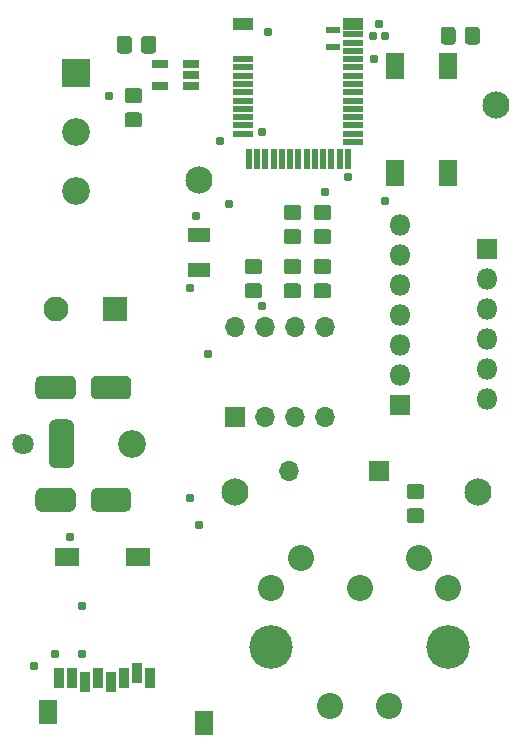
<source format=gts>
%TF.GenerationSoftware,KiCad,Pcbnew,(5.1.5-0-10_14)*%
%TF.CreationDate,2021-10-12T17:28:20-04:00*%
%TF.ProjectId,piano_aid_pcb,7069616e-6f5f-4616-9964-5f7063622e6b,2*%
%TF.SameCoordinates,Original*%
%TF.FileFunction,Soldermask,Top*%
%TF.FilePolarity,Negative*%
%FSLAX46Y46*%
G04 Gerber Fmt 4.6, Leading zero omitted, Abs format (unit mm)*
G04 Created by KiCad (PCBNEW (5.1.5-0-10_14)) date 2021-10-12 17:28:20*
%MOMM*%
%LPD*%
G04 APERTURE LIST*
%ADD10R,1.501600X2.201600*%
%ADD11C,0.100000*%
%ADD12C,2.351600*%
%ADD13C,1.801600*%
%ADD14R,2.351600X2.351600*%
%ADD15R,0.903200X1.703200*%
%ADD16R,2.003200X1.603200*%
%ADD17R,1.603200X2.103200*%
%ADD18C,2.301600*%
%ADD19O,1.701600X1.701600*%
%ADD20R,1.701600X1.701600*%
%ADD21R,1.371600X0.660400*%
%ADD22R,1.801600X1.801600*%
%ADD23O,1.801600X1.801600*%
%ADD24R,1.701600X1.001600*%
%ADD25R,1.701600X0.601600*%
%ADD26R,0.601600X1.701600*%
%ADD27R,1.301600X0.601600*%
%ADD28C,2.101600*%
%ADD29R,2.101600X2.101600*%
%ADD30R,1.921600X1.261600*%
%ADD31C,3.686600*%
%ADD32C,2.201600*%
%ADD33C,0.787400*%
G04 APERTURE END LIST*
D10*
%TO.C,S1*%
X153452000Y-86846000D03*
X153452000Y-77746000D03*
X157952000Y-77746000D03*
X157952000Y-86846000D03*
%TD*%
D11*
%TO.C,R11*%
G36*
X141983383Y-96158510D02*
G01*
X142009795Y-96162428D01*
X142035696Y-96168916D01*
X142060837Y-96177911D01*
X142084974Y-96189328D01*
X142107877Y-96203055D01*
X142129324Y-96218961D01*
X142149108Y-96236892D01*
X142167039Y-96256676D01*
X142182945Y-96278123D01*
X142196672Y-96301026D01*
X142208089Y-96325163D01*
X142217084Y-96350304D01*
X142223572Y-96376205D01*
X142227490Y-96402617D01*
X142228800Y-96429286D01*
X142228800Y-97136714D01*
X142227490Y-97163383D01*
X142223572Y-97189795D01*
X142217084Y-97215696D01*
X142208089Y-97240837D01*
X142196672Y-97264974D01*
X142182945Y-97287877D01*
X142167039Y-97309324D01*
X142149108Y-97329108D01*
X142129324Y-97347039D01*
X142107877Y-97362945D01*
X142084974Y-97376672D01*
X142060837Y-97388089D01*
X142035696Y-97397084D01*
X142009795Y-97403572D01*
X141983383Y-97407490D01*
X141956714Y-97408800D01*
X140999286Y-97408800D01*
X140972617Y-97407490D01*
X140946205Y-97403572D01*
X140920304Y-97397084D01*
X140895163Y-97388089D01*
X140871026Y-97376672D01*
X140848123Y-97362945D01*
X140826676Y-97347039D01*
X140806892Y-97329108D01*
X140788961Y-97309324D01*
X140773055Y-97287877D01*
X140759328Y-97264974D01*
X140747911Y-97240837D01*
X140738916Y-97215696D01*
X140732428Y-97189795D01*
X140728510Y-97163383D01*
X140727200Y-97136714D01*
X140727200Y-96429286D01*
X140728510Y-96402617D01*
X140732428Y-96376205D01*
X140738916Y-96350304D01*
X140747911Y-96325163D01*
X140759328Y-96301026D01*
X140773055Y-96278123D01*
X140788961Y-96256676D01*
X140806892Y-96236892D01*
X140826676Y-96218961D01*
X140848123Y-96203055D01*
X140871026Y-96189328D01*
X140895163Y-96177911D01*
X140920304Y-96168916D01*
X140946205Y-96162428D01*
X140972617Y-96158510D01*
X140999286Y-96157200D01*
X141956714Y-96157200D01*
X141983383Y-96158510D01*
G37*
G36*
X141983383Y-94108510D02*
G01*
X142009795Y-94112428D01*
X142035696Y-94118916D01*
X142060837Y-94127911D01*
X142084974Y-94139328D01*
X142107877Y-94153055D01*
X142129324Y-94168961D01*
X142149108Y-94186892D01*
X142167039Y-94206676D01*
X142182945Y-94228123D01*
X142196672Y-94251026D01*
X142208089Y-94275163D01*
X142217084Y-94300304D01*
X142223572Y-94326205D01*
X142227490Y-94352617D01*
X142228800Y-94379286D01*
X142228800Y-95086714D01*
X142227490Y-95113383D01*
X142223572Y-95139795D01*
X142217084Y-95165696D01*
X142208089Y-95190837D01*
X142196672Y-95214974D01*
X142182945Y-95237877D01*
X142167039Y-95259324D01*
X142149108Y-95279108D01*
X142129324Y-95297039D01*
X142107877Y-95312945D01*
X142084974Y-95326672D01*
X142060837Y-95338089D01*
X142035696Y-95347084D01*
X142009795Y-95353572D01*
X141983383Y-95357490D01*
X141956714Y-95358800D01*
X140999286Y-95358800D01*
X140972617Y-95357490D01*
X140946205Y-95353572D01*
X140920304Y-95347084D01*
X140895163Y-95338089D01*
X140871026Y-95326672D01*
X140848123Y-95312945D01*
X140826676Y-95297039D01*
X140806892Y-95279108D01*
X140788961Y-95259324D01*
X140773055Y-95237877D01*
X140759328Y-95214974D01*
X140747911Y-95190837D01*
X140738916Y-95165696D01*
X140732428Y-95139795D01*
X140728510Y-95113383D01*
X140727200Y-95086714D01*
X140727200Y-94379286D01*
X140728510Y-94352617D01*
X140732428Y-94326205D01*
X140738916Y-94300304D01*
X140747911Y-94275163D01*
X140759328Y-94251026D01*
X140773055Y-94228123D01*
X140788961Y-94206676D01*
X140806892Y-94186892D01*
X140826676Y-94168961D01*
X140848123Y-94153055D01*
X140871026Y-94139328D01*
X140895163Y-94127911D01*
X140920304Y-94118916D01*
X140946205Y-94112428D01*
X140972617Y-94108510D01*
X140999286Y-94107200D01*
X141956714Y-94107200D01*
X141983383Y-94108510D01*
G37*
%TD*%
%TO.C,J1*%
G36*
X125979448Y-113479610D02*
G01*
X126028023Y-113486815D01*
X126075658Y-113498747D01*
X126121895Y-113515291D01*
X126166287Y-113536287D01*
X126208407Y-113561533D01*
X126247850Y-113590786D01*
X126284236Y-113623764D01*
X126317214Y-113660150D01*
X126346467Y-113699593D01*
X126371713Y-113741713D01*
X126392709Y-113786105D01*
X126409253Y-113832342D01*
X126421185Y-113879977D01*
X126428390Y-113928552D01*
X126430800Y-113977600D01*
X126430800Y-114978400D01*
X126428390Y-115027448D01*
X126421185Y-115076023D01*
X126409253Y-115123658D01*
X126392709Y-115169895D01*
X126371713Y-115214287D01*
X126346467Y-115256407D01*
X126317214Y-115295850D01*
X126284236Y-115332236D01*
X126247850Y-115365214D01*
X126208407Y-115394467D01*
X126166287Y-115419713D01*
X126121895Y-115440709D01*
X126075658Y-115457253D01*
X126028023Y-115469185D01*
X125979448Y-115476390D01*
X125930400Y-115478800D01*
X123529600Y-115478800D01*
X123480552Y-115476390D01*
X123431977Y-115469185D01*
X123384342Y-115457253D01*
X123338105Y-115440709D01*
X123293713Y-115419713D01*
X123251593Y-115394467D01*
X123212150Y-115365214D01*
X123175764Y-115332236D01*
X123142786Y-115295850D01*
X123113533Y-115256407D01*
X123088287Y-115214287D01*
X123067291Y-115169895D01*
X123050747Y-115123658D01*
X123038815Y-115076023D01*
X123031610Y-115027448D01*
X123029200Y-114978400D01*
X123029200Y-113977600D01*
X123031610Y-113928552D01*
X123038815Y-113879977D01*
X123050747Y-113832342D01*
X123067291Y-113786105D01*
X123088287Y-113741713D01*
X123113533Y-113699593D01*
X123142786Y-113660150D01*
X123175764Y-113623764D01*
X123212150Y-113590786D01*
X123251593Y-113561533D01*
X123293713Y-113536287D01*
X123338105Y-113515291D01*
X123384342Y-113498747D01*
X123431977Y-113486815D01*
X123480552Y-113479610D01*
X123529600Y-113477200D01*
X125930400Y-113477200D01*
X125979448Y-113479610D01*
G37*
G36*
X125806898Y-107679730D02*
G01*
X125857900Y-107687295D01*
X125907916Y-107699824D01*
X125956462Y-107717194D01*
X126003072Y-107739239D01*
X126047297Y-107765746D01*
X126088710Y-107796460D01*
X126126914Y-107831086D01*
X126161540Y-107869290D01*
X126192254Y-107910703D01*
X126218761Y-107954928D01*
X126240806Y-108001538D01*
X126258176Y-108050084D01*
X126270705Y-108100100D01*
X126278270Y-108151102D01*
X126280800Y-108202600D01*
X126280800Y-111253400D01*
X126278270Y-111304898D01*
X126270705Y-111355900D01*
X126258176Y-111405916D01*
X126240806Y-111454462D01*
X126218761Y-111501072D01*
X126192254Y-111545297D01*
X126161540Y-111586710D01*
X126126914Y-111624914D01*
X126088710Y-111659540D01*
X126047297Y-111690254D01*
X126003072Y-111716761D01*
X125956462Y-111738806D01*
X125907916Y-111756176D01*
X125857900Y-111768705D01*
X125806898Y-111776270D01*
X125755400Y-111778800D01*
X124704600Y-111778800D01*
X124653102Y-111776270D01*
X124602100Y-111768705D01*
X124552084Y-111756176D01*
X124503538Y-111738806D01*
X124456928Y-111716761D01*
X124412703Y-111690254D01*
X124371290Y-111659540D01*
X124333086Y-111624914D01*
X124298460Y-111586710D01*
X124267746Y-111545297D01*
X124241239Y-111501072D01*
X124219194Y-111454462D01*
X124201824Y-111405916D01*
X124189295Y-111355900D01*
X124181730Y-111304898D01*
X124179200Y-111253400D01*
X124179200Y-108202600D01*
X124181730Y-108151102D01*
X124189295Y-108100100D01*
X124201824Y-108050084D01*
X124219194Y-108001538D01*
X124241239Y-107954928D01*
X124267746Y-107910703D01*
X124298460Y-107869290D01*
X124333086Y-107831086D01*
X124371290Y-107796460D01*
X124412703Y-107765746D01*
X124456928Y-107739239D01*
X124503538Y-107717194D01*
X124552084Y-107699824D01*
X124602100Y-107687295D01*
X124653102Y-107679730D01*
X124704600Y-107677200D01*
X125755400Y-107677200D01*
X125806898Y-107679730D01*
G37*
G36*
X125979448Y-103979610D02*
G01*
X126028023Y-103986815D01*
X126075658Y-103998747D01*
X126121895Y-104015291D01*
X126166287Y-104036287D01*
X126208407Y-104061533D01*
X126247850Y-104090786D01*
X126284236Y-104123764D01*
X126317214Y-104160150D01*
X126346467Y-104199593D01*
X126371713Y-104241713D01*
X126392709Y-104286105D01*
X126409253Y-104332342D01*
X126421185Y-104379977D01*
X126428390Y-104428552D01*
X126430800Y-104477600D01*
X126430800Y-105478400D01*
X126428390Y-105527448D01*
X126421185Y-105576023D01*
X126409253Y-105623658D01*
X126392709Y-105669895D01*
X126371713Y-105714287D01*
X126346467Y-105756407D01*
X126317214Y-105795850D01*
X126284236Y-105832236D01*
X126247850Y-105865214D01*
X126208407Y-105894467D01*
X126166287Y-105919713D01*
X126121895Y-105940709D01*
X126075658Y-105957253D01*
X126028023Y-105969185D01*
X125979448Y-105976390D01*
X125930400Y-105978800D01*
X123529600Y-105978800D01*
X123480552Y-105976390D01*
X123431977Y-105969185D01*
X123384342Y-105957253D01*
X123338105Y-105940709D01*
X123293713Y-105919713D01*
X123251593Y-105894467D01*
X123212150Y-105865214D01*
X123175764Y-105832236D01*
X123142786Y-105795850D01*
X123113533Y-105756407D01*
X123088287Y-105714287D01*
X123067291Y-105669895D01*
X123050747Y-105623658D01*
X123038815Y-105576023D01*
X123031610Y-105527448D01*
X123029200Y-105478400D01*
X123029200Y-104477600D01*
X123031610Y-104428552D01*
X123038815Y-104379977D01*
X123050747Y-104332342D01*
X123067291Y-104286105D01*
X123088287Y-104241713D01*
X123113533Y-104199593D01*
X123142786Y-104160150D01*
X123175764Y-104123764D01*
X123212150Y-104090786D01*
X123251593Y-104061533D01*
X123293713Y-104036287D01*
X123338105Y-104015291D01*
X123384342Y-103998747D01*
X123431977Y-103986815D01*
X123480552Y-103979610D01*
X123529600Y-103977200D01*
X125930400Y-103977200D01*
X125979448Y-103979610D01*
G37*
G36*
X130679448Y-113479610D02*
G01*
X130728023Y-113486815D01*
X130775658Y-113498747D01*
X130821895Y-113515291D01*
X130866287Y-113536287D01*
X130908407Y-113561533D01*
X130947850Y-113590786D01*
X130984236Y-113623764D01*
X131017214Y-113660150D01*
X131046467Y-113699593D01*
X131071713Y-113741713D01*
X131092709Y-113786105D01*
X131109253Y-113832342D01*
X131121185Y-113879977D01*
X131128390Y-113928552D01*
X131130800Y-113977600D01*
X131130800Y-114978400D01*
X131128390Y-115027448D01*
X131121185Y-115076023D01*
X131109253Y-115123658D01*
X131092709Y-115169895D01*
X131071713Y-115214287D01*
X131046467Y-115256407D01*
X131017214Y-115295850D01*
X130984236Y-115332236D01*
X130947850Y-115365214D01*
X130908407Y-115394467D01*
X130866287Y-115419713D01*
X130821895Y-115440709D01*
X130775658Y-115457253D01*
X130728023Y-115469185D01*
X130679448Y-115476390D01*
X130630400Y-115478800D01*
X128229600Y-115478800D01*
X128180552Y-115476390D01*
X128131977Y-115469185D01*
X128084342Y-115457253D01*
X128038105Y-115440709D01*
X127993713Y-115419713D01*
X127951593Y-115394467D01*
X127912150Y-115365214D01*
X127875764Y-115332236D01*
X127842786Y-115295850D01*
X127813533Y-115256407D01*
X127788287Y-115214287D01*
X127767291Y-115169895D01*
X127750747Y-115123658D01*
X127738815Y-115076023D01*
X127731610Y-115027448D01*
X127729200Y-114978400D01*
X127729200Y-113977600D01*
X127731610Y-113928552D01*
X127738815Y-113879977D01*
X127750747Y-113832342D01*
X127767291Y-113786105D01*
X127788287Y-113741713D01*
X127813533Y-113699593D01*
X127842786Y-113660150D01*
X127875764Y-113623764D01*
X127912150Y-113590786D01*
X127951593Y-113561533D01*
X127993713Y-113536287D01*
X128038105Y-113515291D01*
X128084342Y-113498747D01*
X128131977Y-113486815D01*
X128180552Y-113479610D01*
X128229600Y-113477200D01*
X130630400Y-113477200D01*
X130679448Y-113479610D01*
G37*
G36*
X130679448Y-103979610D02*
G01*
X130728023Y-103986815D01*
X130775658Y-103998747D01*
X130821895Y-104015291D01*
X130866287Y-104036287D01*
X130908407Y-104061533D01*
X130947850Y-104090786D01*
X130984236Y-104123764D01*
X131017214Y-104160150D01*
X131046467Y-104199593D01*
X131071713Y-104241713D01*
X131092709Y-104286105D01*
X131109253Y-104332342D01*
X131121185Y-104379977D01*
X131128390Y-104428552D01*
X131130800Y-104477600D01*
X131130800Y-105478400D01*
X131128390Y-105527448D01*
X131121185Y-105576023D01*
X131109253Y-105623658D01*
X131092709Y-105669895D01*
X131071713Y-105714287D01*
X131046467Y-105756407D01*
X131017214Y-105795850D01*
X130984236Y-105832236D01*
X130947850Y-105865214D01*
X130908407Y-105894467D01*
X130866287Y-105919713D01*
X130821895Y-105940709D01*
X130775658Y-105957253D01*
X130728023Y-105969185D01*
X130679448Y-105976390D01*
X130630400Y-105978800D01*
X128229600Y-105978800D01*
X128180552Y-105976390D01*
X128131977Y-105969185D01*
X128084342Y-105957253D01*
X128038105Y-105940709D01*
X127993713Y-105919713D01*
X127951593Y-105894467D01*
X127912150Y-105865214D01*
X127875764Y-105832236D01*
X127842786Y-105795850D01*
X127813533Y-105756407D01*
X127788287Y-105714287D01*
X127767291Y-105669895D01*
X127750747Y-105623658D01*
X127738815Y-105576023D01*
X127731610Y-105527448D01*
X127729200Y-105478400D01*
X127729200Y-104477600D01*
X127731610Y-104428552D01*
X127738815Y-104379977D01*
X127750747Y-104332342D01*
X127767291Y-104286105D01*
X127788287Y-104241713D01*
X127813533Y-104199593D01*
X127842786Y-104160150D01*
X127875764Y-104123764D01*
X127912150Y-104090786D01*
X127951593Y-104061533D01*
X127993713Y-104036287D01*
X128038105Y-104015291D01*
X128084342Y-103998747D01*
X128131977Y-103986815D01*
X128180552Y-103979610D01*
X128229600Y-103977200D01*
X130630400Y-103977200D01*
X130679448Y-103979610D01*
G37*
D12*
X131230000Y-109728000D03*
D13*
X121980000Y-109728000D03*
%TD*%
D12*
%TO.C,J2*%
X126428000Y-88308000D03*
X126428000Y-83308000D03*
D14*
X126428000Y-78308000D03*
%TD*%
D15*
%TO.C,J5*%
X132698000Y-129550000D03*
X131598000Y-129150000D03*
X130498000Y-129550000D03*
X129398000Y-129950000D03*
X128298000Y-129550000D03*
X127198000Y-129950000D03*
X126098000Y-129550000D03*
X124998000Y-129550000D03*
D16*
X131698000Y-119350000D03*
X125698000Y-119350000D03*
D17*
X137298000Y-133350000D03*
X124098000Y-132450000D03*
%TD*%
D18*
%TO.C,H4*%
X162052000Y-81026000D03*
%TD*%
%TO.C,H3*%
X160528000Y-113792000D03*
%TD*%
%TO.C,H2*%
X139954000Y-113792000D03*
%TD*%
%TO.C,H1*%
X136906000Y-87376000D03*
%TD*%
D19*
%TO.C,D1*%
X144526000Y-112014000D03*
D20*
X152146000Y-112014000D03*
%TD*%
D11*
%TO.C,R1*%
G36*
X155699383Y-113158510D02*
G01*
X155725795Y-113162428D01*
X155751696Y-113168916D01*
X155776837Y-113177911D01*
X155800974Y-113189328D01*
X155823877Y-113203055D01*
X155845324Y-113218961D01*
X155865108Y-113236892D01*
X155883039Y-113256676D01*
X155898945Y-113278123D01*
X155912672Y-113301026D01*
X155924089Y-113325163D01*
X155933084Y-113350304D01*
X155939572Y-113376205D01*
X155943490Y-113402617D01*
X155944800Y-113429286D01*
X155944800Y-114136714D01*
X155943490Y-114163383D01*
X155939572Y-114189795D01*
X155933084Y-114215696D01*
X155924089Y-114240837D01*
X155912672Y-114264974D01*
X155898945Y-114287877D01*
X155883039Y-114309324D01*
X155865108Y-114329108D01*
X155845324Y-114347039D01*
X155823877Y-114362945D01*
X155800974Y-114376672D01*
X155776837Y-114388089D01*
X155751696Y-114397084D01*
X155725795Y-114403572D01*
X155699383Y-114407490D01*
X155672714Y-114408800D01*
X154715286Y-114408800D01*
X154688617Y-114407490D01*
X154662205Y-114403572D01*
X154636304Y-114397084D01*
X154611163Y-114388089D01*
X154587026Y-114376672D01*
X154564123Y-114362945D01*
X154542676Y-114347039D01*
X154522892Y-114329108D01*
X154504961Y-114309324D01*
X154489055Y-114287877D01*
X154475328Y-114264974D01*
X154463911Y-114240837D01*
X154454916Y-114215696D01*
X154448428Y-114189795D01*
X154444510Y-114163383D01*
X154443200Y-114136714D01*
X154443200Y-113429286D01*
X154444510Y-113402617D01*
X154448428Y-113376205D01*
X154454916Y-113350304D01*
X154463911Y-113325163D01*
X154475328Y-113301026D01*
X154489055Y-113278123D01*
X154504961Y-113256676D01*
X154522892Y-113236892D01*
X154542676Y-113218961D01*
X154564123Y-113203055D01*
X154587026Y-113189328D01*
X154611163Y-113177911D01*
X154636304Y-113168916D01*
X154662205Y-113162428D01*
X154688617Y-113158510D01*
X154715286Y-113157200D01*
X155672714Y-113157200D01*
X155699383Y-113158510D01*
G37*
G36*
X155699383Y-115208510D02*
G01*
X155725795Y-115212428D01*
X155751696Y-115218916D01*
X155776837Y-115227911D01*
X155800974Y-115239328D01*
X155823877Y-115253055D01*
X155845324Y-115268961D01*
X155865108Y-115286892D01*
X155883039Y-115306676D01*
X155898945Y-115328123D01*
X155912672Y-115351026D01*
X155924089Y-115375163D01*
X155933084Y-115400304D01*
X155939572Y-115426205D01*
X155943490Y-115452617D01*
X155944800Y-115479286D01*
X155944800Y-116186714D01*
X155943490Y-116213383D01*
X155939572Y-116239795D01*
X155933084Y-116265696D01*
X155924089Y-116290837D01*
X155912672Y-116314974D01*
X155898945Y-116337877D01*
X155883039Y-116359324D01*
X155865108Y-116379108D01*
X155845324Y-116397039D01*
X155823877Y-116412945D01*
X155800974Y-116426672D01*
X155776837Y-116438089D01*
X155751696Y-116447084D01*
X155725795Y-116453572D01*
X155699383Y-116457490D01*
X155672714Y-116458800D01*
X154715286Y-116458800D01*
X154688617Y-116457490D01*
X154662205Y-116453572D01*
X154636304Y-116447084D01*
X154611163Y-116438089D01*
X154587026Y-116426672D01*
X154564123Y-116412945D01*
X154542676Y-116397039D01*
X154522892Y-116379108D01*
X154504961Y-116359324D01*
X154489055Y-116337877D01*
X154475328Y-116314974D01*
X154463911Y-116290837D01*
X154454916Y-116265696D01*
X154448428Y-116239795D01*
X154444510Y-116213383D01*
X154443200Y-116186714D01*
X154443200Y-115479286D01*
X154444510Y-115452617D01*
X154448428Y-115426205D01*
X154454916Y-115400304D01*
X154463911Y-115375163D01*
X154475328Y-115351026D01*
X154489055Y-115328123D01*
X154504961Y-115306676D01*
X154522892Y-115286892D01*
X154542676Y-115268961D01*
X154564123Y-115253055D01*
X154587026Y-115239328D01*
X154611163Y-115227911D01*
X154636304Y-115218916D01*
X154662205Y-115212428D01*
X154688617Y-115208510D01*
X154715286Y-115207200D01*
X155672714Y-115207200D01*
X155699383Y-115208510D01*
G37*
%TD*%
D21*
%TO.C,U3*%
X136169400Y-79425800D03*
X136169400Y-78486000D03*
X136169400Y-77546200D03*
X133578600Y-77546200D03*
X133578600Y-79425800D03*
%TD*%
D11*
%TO.C,C8*%
G36*
X158350383Y-74434510D02*
G01*
X158376795Y-74438428D01*
X158402696Y-74444916D01*
X158427837Y-74453911D01*
X158451974Y-74465328D01*
X158474877Y-74479055D01*
X158496324Y-74494961D01*
X158516108Y-74512892D01*
X158534039Y-74532676D01*
X158549945Y-74554123D01*
X158563672Y-74577026D01*
X158575089Y-74601163D01*
X158584084Y-74626304D01*
X158590572Y-74652205D01*
X158594490Y-74678617D01*
X158595800Y-74705286D01*
X158595800Y-75662714D01*
X158594490Y-75689383D01*
X158590572Y-75715795D01*
X158584084Y-75741696D01*
X158575089Y-75766837D01*
X158563672Y-75790974D01*
X158549945Y-75813877D01*
X158534039Y-75835324D01*
X158516108Y-75855108D01*
X158496324Y-75873039D01*
X158474877Y-75888945D01*
X158451974Y-75902672D01*
X158427837Y-75914089D01*
X158402696Y-75923084D01*
X158376795Y-75929572D01*
X158350383Y-75933490D01*
X158323714Y-75934800D01*
X157616286Y-75934800D01*
X157589617Y-75933490D01*
X157563205Y-75929572D01*
X157537304Y-75923084D01*
X157512163Y-75914089D01*
X157488026Y-75902672D01*
X157465123Y-75888945D01*
X157443676Y-75873039D01*
X157423892Y-75855108D01*
X157405961Y-75835324D01*
X157390055Y-75813877D01*
X157376328Y-75790974D01*
X157364911Y-75766837D01*
X157355916Y-75741696D01*
X157349428Y-75715795D01*
X157345510Y-75689383D01*
X157344200Y-75662714D01*
X157344200Y-74705286D01*
X157345510Y-74678617D01*
X157349428Y-74652205D01*
X157355916Y-74626304D01*
X157364911Y-74601163D01*
X157376328Y-74577026D01*
X157390055Y-74554123D01*
X157405961Y-74532676D01*
X157423892Y-74512892D01*
X157443676Y-74494961D01*
X157465123Y-74479055D01*
X157488026Y-74465328D01*
X157512163Y-74453911D01*
X157537304Y-74444916D01*
X157563205Y-74438428D01*
X157589617Y-74434510D01*
X157616286Y-74433200D01*
X158323714Y-74433200D01*
X158350383Y-74434510D01*
G37*
G36*
X160400383Y-74434510D02*
G01*
X160426795Y-74438428D01*
X160452696Y-74444916D01*
X160477837Y-74453911D01*
X160501974Y-74465328D01*
X160524877Y-74479055D01*
X160546324Y-74494961D01*
X160566108Y-74512892D01*
X160584039Y-74532676D01*
X160599945Y-74554123D01*
X160613672Y-74577026D01*
X160625089Y-74601163D01*
X160634084Y-74626304D01*
X160640572Y-74652205D01*
X160644490Y-74678617D01*
X160645800Y-74705286D01*
X160645800Y-75662714D01*
X160644490Y-75689383D01*
X160640572Y-75715795D01*
X160634084Y-75741696D01*
X160625089Y-75766837D01*
X160613672Y-75790974D01*
X160599945Y-75813877D01*
X160584039Y-75835324D01*
X160566108Y-75855108D01*
X160546324Y-75873039D01*
X160524877Y-75888945D01*
X160501974Y-75902672D01*
X160477837Y-75914089D01*
X160452696Y-75923084D01*
X160426795Y-75929572D01*
X160400383Y-75933490D01*
X160373714Y-75934800D01*
X159666286Y-75934800D01*
X159639617Y-75933490D01*
X159613205Y-75929572D01*
X159587304Y-75923084D01*
X159562163Y-75914089D01*
X159538026Y-75902672D01*
X159515123Y-75888945D01*
X159493676Y-75873039D01*
X159473892Y-75855108D01*
X159455961Y-75835324D01*
X159440055Y-75813877D01*
X159426328Y-75790974D01*
X159414911Y-75766837D01*
X159405916Y-75741696D01*
X159399428Y-75715795D01*
X159395510Y-75689383D01*
X159394200Y-75662714D01*
X159394200Y-74705286D01*
X159395510Y-74678617D01*
X159399428Y-74652205D01*
X159405916Y-74626304D01*
X159414911Y-74601163D01*
X159426328Y-74577026D01*
X159440055Y-74554123D01*
X159455961Y-74532676D01*
X159473892Y-74512892D01*
X159493676Y-74494961D01*
X159515123Y-74479055D01*
X159538026Y-74465328D01*
X159562163Y-74453911D01*
X159587304Y-74444916D01*
X159613205Y-74438428D01*
X159639617Y-74434510D01*
X159666286Y-74433200D01*
X160373714Y-74433200D01*
X160400383Y-74434510D01*
G37*
%TD*%
D19*
%TO.C,U2*%
X139954000Y-99822000D03*
X147574000Y-107442000D03*
X142494000Y-99822000D03*
X145034000Y-107442000D03*
X145034000Y-99822000D03*
X142494000Y-107442000D03*
X147574000Y-99822000D03*
D20*
X139954000Y-107442000D03*
%TD*%
D22*
%TO.C,J6*%
X153924000Y-106426000D03*
D23*
X153924000Y-103886000D03*
X153924000Y-101346000D03*
X153924000Y-98806000D03*
X153924000Y-96266000D03*
X153924000Y-93726000D03*
X153924000Y-91186000D03*
%TD*%
D24*
%TO.C,U1*%
X140638000Y-74178000D03*
D25*
X140638000Y-77178000D03*
X140638000Y-77878000D03*
X140638000Y-78578000D03*
X140638000Y-79278000D03*
X140638000Y-79978000D03*
X140638000Y-80678000D03*
X140638000Y-81378000D03*
X140638000Y-82078000D03*
X140638000Y-82778000D03*
X140638000Y-83478000D03*
D26*
X141088000Y-85628000D03*
X141788000Y-85628000D03*
X142488000Y-85628000D03*
X143188000Y-85628000D03*
X143888000Y-85628000D03*
X144588000Y-85628000D03*
X145288000Y-85628000D03*
X145988000Y-85628000D03*
X146688000Y-85628000D03*
X147388000Y-85628000D03*
X148088000Y-85628000D03*
X148788000Y-85628000D03*
X149488000Y-85628000D03*
D25*
X149938000Y-84178000D03*
X149938000Y-83478000D03*
X149938000Y-82778000D03*
X149938000Y-82078000D03*
X149938000Y-81378000D03*
X149938000Y-80678000D03*
X149938000Y-79978000D03*
X149938000Y-79278000D03*
X149938000Y-78578000D03*
X149938000Y-77878000D03*
X149938000Y-77178000D03*
X149938000Y-76478000D03*
X149938000Y-75778000D03*
X149938000Y-75078000D03*
D24*
X149938000Y-74178000D03*
D27*
X148188000Y-74728000D03*
X148188000Y-76128000D03*
%TD*%
D11*
%TO.C,D3*%
G36*
X147825383Y-89527510D02*
G01*
X147851795Y-89531428D01*
X147877696Y-89537916D01*
X147902837Y-89546911D01*
X147926974Y-89558328D01*
X147949877Y-89572055D01*
X147971324Y-89587961D01*
X147991108Y-89605892D01*
X148009039Y-89625676D01*
X148024945Y-89647123D01*
X148038672Y-89670026D01*
X148050089Y-89694163D01*
X148059084Y-89719304D01*
X148065572Y-89745205D01*
X148069490Y-89771617D01*
X148070800Y-89798286D01*
X148070800Y-90505714D01*
X148069490Y-90532383D01*
X148065572Y-90558795D01*
X148059084Y-90584696D01*
X148050089Y-90609837D01*
X148038672Y-90633974D01*
X148024945Y-90656877D01*
X148009039Y-90678324D01*
X147991108Y-90698108D01*
X147971324Y-90716039D01*
X147949877Y-90731945D01*
X147926974Y-90745672D01*
X147902837Y-90757089D01*
X147877696Y-90766084D01*
X147851795Y-90772572D01*
X147825383Y-90776490D01*
X147798714Y-90777800D01*
X146841286Y-90777800D01*
X146814617Y-90776490D01*
X146788205Y-90772572D01*
X146762304Y-90766084D01*
X146737163Y-90757089D01*
X146713026Y-90745672D01*
X146690123Y-90731945D01*
X146668676Y-90716039D01*
X146648892Y-90698108D01*
X146630961Y-90678324D01*
X146615055Y-90656877D01*
X146601328Y-90633974D01*
X146589911Y-90609837D01*
X146580916Y-90584696D01*
X146574428Y-90558795D01*
X146570510Y-90532383D01*
X146569200Y-90505714D01*
X146569200Y-89798286D01*
X146570510Y-89771617D01*
X146574428Y-89745205D01*
X146580916Y-89719304D01*
X146589911Y-89694163D01*
X146601328Y-89670026D01*
X146615055Y-89647123D01*
X146630961Y-89625676D01*
X146648892Y-89605892D01*
X146668676Y-89587961D01*
X146690123Y-89572055D01*
X146713026Y-89558328D01*
X146737163Y-89546911D01*
X146762304Y-89537916D01*
X146788205Y-89531428D01*
X146814617Y-89527510D01*
X146841286Y-89526200D01*
X147798714Y-89526200D01*
X147825383Y-89527510D01*
G37*
G36*
X147825383Y-91577510D02*
G01*
X147851795Y-91581428D01*
X147877696Y-91587916D01*
X147902837Y-91596911D01*
X147926974Y-91608328D01*
X147949877Y-91622055D01*
X147971324Y-91637961D01*
X147991108Y-91655892D01*
X148009039Y-91675676D01*
X148024945Y-91697123D01*
X148038672Y-91720026D01*
X148050089Y-91744163D01*
X148059084Y-91769304D01*
X148065572Y-91795205D01*
X148069490Y-91821617D01*
X148070800Y-91848286D01*
X148070800Y-92555714D01*
X148069490Y-92582383D01*
X148065572Y-92608795D01*
X148059084Y-92634696D01*
X148050089Y-92659837D01*
X148038672Y-92683974D01*
X148024945Y-92706877D01*
X148009039Y-92728324D01*
X147991108Y-92748108D01*
X147971324Y-92766039D01*
X147949877Y-92781945D01*
X147926974Y-92795672D01*
X147902837Y-92807089D01*
X147877696Y-92816084D01*
X147851795Y-92822572D01*
X147825383Y-92826490D01*
X147798714Y-92827800D01*
X146841286Y-92827800D01*
X146814617Y-92826490D01*
X146788205Y-92822572D01*
X146762304Y-92816084D01*
X146737163Y-92807089D01*
X146713026Y-92795672D01*
X146690123Y-92781945D01*
X146668676Y-92766039D01*
X146648892Y-92748108D01*
X146630961Y-92728324D01*
X146615055Y-92706877D01*
X146601328Y-92683974D01*
X146589911Y-92659837D01*
X146580916Y-92634696D01*
X146574428Y-92608795D01*
X146570510Y-92582383D01*
X146569200Y-92555714D01*
X146569200Y-91848286D01*
X146570510Y-91821617D01*
X146574428Y-91795205D01*
X146580916Y-91769304D01*
X146589911Y-91744163D01*
X146601328Y-91720026D01*
X146615055Y-91697123D01*
X146630961Y-91675676D01*
X146648892Y-91655892D01*
X146668676Y-91637961D01*
X146690123Y-91622055D01*
X146713026Y-91608328D01*
X146737163Y-91596911D01*
X146762304Y-91587916D01*
X146788205Y-91581428D01*
X146814617Y-91577510D01*
X146841286Y-91576200D01*
X147798714Y-91576200D01*
X147825383Y-91577510D01*
G37*
%TD*%
D28*
%TO.C,C1*%
X124794000Y-98298000D03*
D29*
X129794000Y-98298000D03*
%TD*%
D11*
%TO.C,C2*%
G36*
X131823383Y-79639510D02*
G01*
X131849795Y-79643428D01*
X131875696Y-79649916D01*
X131900837Y-79658911D01*
X131924974Y-79670328D01*
X131947877Y-79684055D01*
X131969324Y-79699961D01*
X131989108Y-79717892D01*
X132007039Y-79737676D01*
X132022945Y-79759123D01*
X132036672Y-79782026D01*
X132048089Y-79806163D01*
X132057084Y-79831304D01*
X132063572Y-79857205D01*
X132067490Y-79883617D01*
X132068800Y-79910286D01*
X132068800Y-80617714D01*
X132067490Y-80644383D01*
X132063572Y-80670795D01*
X132057084Y-80696696D01*
X132048089Y-80721837D01*
X132036672Y-80745974D01*
X132022945Y-80768877D01*
X132007039Y-80790324D01*
X131989108Y-80810108D01*
X131969324Y-80828039D01*
X131947877Y-80843945D01*
X131924974Y-80857672D01*
X131900837Y-80869089D01*
X131875696Y-80878084D01*
X131849795Y-80884572D01*
X131823383Y-80888490D01*
X131796714Y-80889800D01*
X130839286Y-80889800D01*
X130812617Y-80888490D01*
X130786205Y-80884572D01*
X130760304Y-80878084D01*
X130735163Y-80869089D01*
X130711026Y-80857672D01*
X130688123Y-80843945D01*
X130666676Y-80828039D01*
X130646892Y-80810108D01*
X130628961Y-80790324D01*
X130613055Y-80768877D01*
X130599328Y-80745974D01*
X130587911Y-80721837D01*
X130578916Y-80696696D01*
X130572428Y-80670795D01*
X130568510Y-80644383D01*
X130567200Y-80617714D01*
X130567200Y-79910286D01*
X130568510Y-79883617D01*
X130572428Y-79857205D01*
X130578916Y-79831304D01*
X130587911Y-79806163D01*
X130599328Y-79782026D01*
X130613055Y-79759123D01*
X130628961Y-79737676D01*
X130646892Y-79717892D01*
X130666676Y-79699961D01*
X130688123Y-79684055D01*
X130711026Y-79670328D01*
X130735163Y-79658911D01*
X130760304Y-79649916D01*
X130786205Y-79643428D01*
X130812617Y-79639510D01*
X130839286Y-79638200D01*
X131796714Y-79638200D01*
X131823383Y-79639510D01*
G37*
G36*
X131823383Y-81689510D02*
G01*
X131849795Y-81693428D01*
X131875696Y-81699916D01*
X131900837Y-81708911D01*
X131924974Y-81720328D01*
X131947877Y-81734055D01*
X131969324Y-81749961D01*
X131989108Y-81767892D01*
X132007039Y-81787676D01*
X132022945Y-81809123D01*
X132036672Y-81832026D01*
X132048089Y-81856163D01*
X132057084Y-81881304D01*
X132063572Y-81907205D01*
X132067490Y-81933617D01*
X132068800Y-81960286D01*
X132068800Y-82667714D01*
X132067490Y-82694383D01*
X132063572Y-82720795D01*
X132057084Y-82746696D01*
X132048089Y-82771837D01*
X132036672Y-82795974D01*
X132022945Y-82818877D01*
X132007039Y-82840324D01*
X131989108Y-82860108D01*
X131969324Y-82878039D01*
X131947877Y-82893945D01*
X131924974Y-82907672D01*
X131900837Y-82919089D01*
X131875696Y-82928084D01*
X131849795Y-82934572D01*
X131823383Y-82938490D01*
X131796714Y-82939800D01*
X130839286Y-82939800D01*
X130812617Y-82938490D01*
X130786205Y-82934572D01*
X130760304Y-82928084D01*
X130735163Y-82919089D01*
X130711026Y-82907672D01*
X130688123Y-82893945D01*
X130666676Y-82878039D01*
X130646892Y-82860108D01*
X130628961Y-82840324D01*
X130613055Y-82818877D01*
X130599328Y-82795974D01*
X130587911Y-82771837D01*
X130578916Y-82746696D01*
X130572428Y-82720795D01*
X130568510Y-82694383D01*
X130567200Y-82667714D01*
X130567200Y-81960286D01*
X130568510Y-81933617D01*
X130572428Y-81907205D01*
X130578916Y-81881304D01*
X130587911Y-81856163D01*
X130599328Y-81832026D01*
X130613055Y-81809123D01*
X130628961Y-81787676D01*
X130646892Y-81767892D01*
X130666676Y-81749961D01*
X130688123Y-81734055D01*
X130711026Y-81720328D01*
X130735163Y-81708911D01*
X130760304Y-81699916D01*
X130786205Y-81693428D01*
X130812617Y-81689510D01*
X130839286Y-81688200D01*
X131796714Y-81688200D01*
X131823383Y-81689510D01*
G37*
%TD*%
D30*
%TO.C,C3*%
X136906000Y-94996000D03*
X136906000Y-92046000D03*
%TD*%
D11*
%TO.C,D2*%
G36*
X145285383Y-91577510D02*
G01*
X145311795Y-91581428D01*
X145337696Y-91587916D01*
X145362837Y-91596911D01*
X145386974Y-91608328D01*
X145409877Y-91622055D01*
X145431324Y-91637961D01*
X145451108Y-91655892D01*
X145469039Y-91675676D01*
X145484945Y-91697123D01*
X145498672Y-91720026D01*
X145510089Y-91744163D01*
X145519084Y-91769304D01*
X145525572Y-91795205D01*
X145529490Y-91821617D01*
X145530800Y-91848286D01*
X145530800Y-92555714D01*
X145529490Y-92582383D01*
X145525572Y-92608795D01*
X145519084Y-92634696D01*
X145510089Y-92659837D01*
X145498672Y-92683974D01*
X145484945Y-92706877D01*
X145469039Y-92728324D01*
X145451108Y-92748108D01*
X145431324Y-92766039D01*
X145409877Y-92781945D01*
X145386974Y-92795672D01*
X145362837Y-92807089D01*
X145337696Y-92816084D01*
X145311795Y-92822572D01*
X145285383Y-92826490D01*
X145258714Y-92827800D01*
X144301286Y-92827800D01*
X144274617Y-92826490D01*
X144248205Y-92822572D01*
X144222304Y-92816084D01*
X144197163Y-92807089D01*
X144173026Y-92795672D01*
X144150123Y-92781945D01*
X144128676Y-92766039D01*
X144108892Y-92748108D01*
X144090961Y-92728324D01*
X144075055Y-92706877D01*
X144061328Y-92683974D01*
X144049911Y-92659837D01*
X144040916Y-92634696D01*
X144034428Y-92608795D01*
X144030510Y-92582383D01*
X144029200Y-92555714D01*
X144029200Y-91848286D01*
X144030510Y-91821617D01*
X144034428Y-91795205D01*
X144040916Y-91769304D01*
X144049911Y-91744163D01*
X144061328Y-91720026D01*
X144075055Y-91697123D01*
X144090961Y-91675676D01*
X144108892Y-91655892D01*
X144128676Y-91637961D01*
X144150123Y-91622055D01*
X144173026Y-91608328D01*
X144197163Y-91596911D01*
X144222304Y-91587916D01*
X144248205Y-91581428D01*
X144274617Y-91577510D01*
X144301286Y-91576200D01*
X145258714Y-91576200D01*
X145285383Y-91577510D01*
G37*
G36*
X145285383Y-89527510D02*
G01*
X145311795Y-89531428D01*
X145337696Y-89537916D01*
X145362837Y-89546911D01*
X145386974Y-89558328D01*
X145409877Y-89572055D01*
X145431324Y-89587961D01*
X145451108Y-89605892D01*
X145469039Y-89625676D01*
X145484945Y-89647123D01*
X145498672Y-89670026D01*
X145510089Y-89694163D01*
X145519084Y-89719304D01*
X145525572Y-89745205D01*
X145529490Y-89771617D01*
X145530800Y-89798286D01*
X145530800Y-90505714D01*
X145529490Y-90532383D01*
X145525572Y-90558795D01*
X145519084Y-90584696D01*
X145510089Y-90609837D01*
X145498672Y-90633974D01*
X145484945Y-90656877D01*
X145469039Y-90678324D01*
X145451108Y-90698108D01*
X145431324Y-90716039D01*
X145409877Y-90731945D01*
X145386974Y-90745672D01*
X145362837Y-90757089D01*
X145337696Y-90766084D01*
X145311795Y-90772572D01*
X145285383Y-90776490D01*
X145258714Y-90777800D01*
X144301286Y-90777800D01*
X144274617Y-90776490D01*
X144248205Y-90772572D01*
X144222304Y-90766084D01*
X144197163Y-90757089D01*
X144173026Y-90745672D01*
X144150123Y-90731945D01*
X144128676Y-90716039D01*
X144108892Y-90698108D01*
X144090961Y-90678324D01*
X144075055Y-90656877D01*
X144061328Y-90633974D01*
X144049911Y-90609837D01*
X144040916Y-90584696D01*
X144034428Y-90558795D01*
X144030510Y-90532383D01*
X144029200Y-90505714D01*
X144029200Y-89798286D01*
X144030510Y-89771617D01*
X144034428Y-89745205D01*
X144040916Y-89719304D01*
X144049911Y-89694163D01*
X144061328Y-89670026D01*
X144075055Y-89647123D01*
X144090961Y-89625676D01*
X144108892Y-89605892D01*
X144128676Y-89587961D01*
X144150123Y-89572055D01*
X144173026Y-89558328D01*
X144197163Y-89546911D01*
X144222304Y-89537916D01*
X144248205Y-89531428D01*
X144274617Y-89527510D01*
X144301286Y-89526200D01*
X145258714Y-89526200D01*
X145285383Y-89527510D01*
G37*
%TD*%
D31*
%TO.C,J3*%
X142978000Y-126930000D03*
X157988000Y-126930000D03*
D32*
X147983000Y-131930000D03*
X152983000Y-131930000D03*
X145478000Y-119430000D03*
X155488000Y-119430000D03*
X142978000Y-121920000D03*
X150483000Y-121920000D03*
X157988000Y-121920000D03*
%TD*%
D23*
%TO.C,J4*%
X161290000Y-105918000D03*
X161290000Y-103378000D03*
X161290000Y-100838000D03*
X161290000Y-98298000D03*
X161290000Y-95758000D03*
D22*
X161290000Y-93218000D03*
%TD*%
D11*
%TO.C,R6*%
G36*
X130936383Y-75196510D02*
G01*
X130962795Y-75200428D01*
X130988696Y-75206916D01*
X131013837Y-75215911D01*
X131037974Y-75227328D01*
X131060877Y-75241055D01*
X131082324Y-75256961D01*
X131102108Y-75274892D01*
X131120039Y-75294676D01*
X131135945Y-75316123D01*
X131149672Y-75339026D01*
X131161089Y-75363163D01*
X131170084Y-75388304D01*
X131176572Y-75414205D01*
X131180490Y-75440617D01*
X131181800Y-75467286D01*
X131181800Y-76424714D01*
X131180490Y-76451383D01*
X131176572Y-76477795D01*
X131170084Y-76503696D01*
X131161089Y-76528837D01*
X131149672Y-76552974D01*
X131135945Y-76575877D01*
X131120039Y-76597324D01*
X131102108Y-76617108D01*
X131082324Y-76635039D01*
X131060877Y-76650945D01*
X131037974Y-76664672D01*
X131013837Y-76676089D01*
X130988696Y-76685084D01*
X130962795Y-76691572D01*
X130936383Y-76695490D01*
X130909714Y-76696800D01*
X130202286Y-76696800D01*
X130175617Y-76695490D01*
X130149205Y-76691572D01*
X130123304Y-76685084D01*
X130098163Y-76676089D01*
X130074026Y-76664672D01*
X130051123Y-76650945D01*
X130029676Y-76635039D01*
X130009892Y-76617108D01*
X129991961Y-76597324D01*
X129976055Y-76575877D01*
X129962328Y-76552974D01*
X129950911Y-76528837D01*
X129941916Y-76503696D01*
X129935428Y-76477795D01*
X129931510Y-76451383D01*
X129930200Y-76424714D01*
X129930200Y-75467286D01*
X129931510Y-75440617D01*
X129935428Y-75414205D01*
X129941916Y-75388304D01*
X129950911Y-75363163D01*
X129962328Y-75339026D01*
X129976055Y-75316123D01*
X129991961Y-75294676D01*
X130009892Y-75274892D01*
X130029676Y-75256961D01*
X130051123Y-75241055D01*
X130074026Y-75227328D01*
X130098163Y-75215911D01*
X130123304Y-75206916D01*
X130149205Y-75200428D01*
X130175617Y-75196510D01*
X130202286Y-75195200D01*
X130909714Y-75195200D01*
X130936383Y-75196510D01*
G37*
G36*
X132986383Y-75196510D02*
G01*
X133012795Y-75200428D01*
X133038696Y-75206916D01*
X133063837Y-75215911D01*
X133087974Y-75227328D01*
X133110877Y-75241055D01*
X133132324Y-75256961D01*
X133152108Y-75274892D01*
X133170039Y-75294676D01*
X133185945Y-75316123D01*
X133199672Y-75339026D01*
X133211089Y-75363163D01*
X133220084Y-75388304D01*
X133226572Y-75414205D01*
X133230490Y-75440617D01*
X133231800Y-75467286D01*
X133231800Y-76424714D01*
X133230490Y-76451383D01*
X133226572Y-76477795D01*
X133220084Y-76503696D01*
X133211089Y-76528837D01*
X133199672Y-76552974D01*
X133185945Y-76575877D01*
X133170039Y-76597324D01*
X133152108Y-76617108D01*
X133132324Y-76635039D01*
X133110877Y-76650945D01*
X133087974Y-76664672D01*
X133063837Y-76676089D01*
X133038696Y-76685084D01*
X133012795Y-76691572D01*
X132986383Y-76695490D01*
X132959714Y-76696800D01*
X132252286Y-76696800D01*
X132225617Y-76695490D01*
X132199205Y-76691572D01*
X132173304Y-76685084D01*
X132148163Y-76676089D01*
X132124026Y-76664672D01*
X132101123Y-76650945D01*
X132079676Y-76635039D01*
X132059892Y-76617108D01*
X132041961Y-76597324D01*
X132026055Y-76575877D01*
X132012328Y-76552974D01*
X132000911Y-76528837D01*
X131991916Y-76503696D01*
X131985428Y-76477795D01*
X131981510Y-76451383D01*
X131980200Y-76424714D01*
X131980200Y-75467286D01*
X131981510Y-75440617D01*
X131985428Y-75414205D01*
X131991916Y-75388304D01*
X132000911Y-75363163D01*
X132012328Y-75339026D01*
X132026055Y-75316123D01*
X132041961Y-75294676D01*
X132059892Y-75274892D01*
X132079676Y-75256961D01*
X132101123Y-75241055D01*
X132124026Y-75227328D01*
X132148163Y-75215911D01*
X132173304Y-75206916D01*
X132199205Y-75200428D01*
X132225617Y-75196510D01*
X132252286Y-75195200D01*
X132959714Y-75195200D01*
X132986383Y-75196510D01*
G37*
%TD*%
%TO.C,R7*%
G36*
X145285383Y-96167510D02*
G01*
X145311795Y-96171428D01*
X145337696Y-96177916D01*
X145362837Y-96186911D01*
X145386974Y-96198328D01*
X145409877Y-96212055D01*
X145431324Y-96227961D01*
X145451108Y-96245892D01*
X145469039Y-96265676D01*
X145484945Y-96287123D01*
X145498672Y-96310026D01*
X145510089Y-96334163D01*
X145519084Y-96359304D01*
X145525572Y-96385205D01*
X145529490Y-96411617D01*
X145530800Y-96438286D01*
X145530800Y-97145714D01*
X145529490Y-97172383D01*
X145525572Y-97198795D01*
X145519084Y-97224696D01*
X145510089Y-97249837D01*
X145498672Y-97273974D01*
X145484945Y-97296877D01*
X145469039Y-97318324D01*
X145451108Y-97338108D01*
X145431324Y-97356039D01*
X145409877Y-97371945D01*
X145386974Y-97385672D01*
X145362837Y-97397089D01*
X145337696Y-97406084D01*
X145311795Y-97412572D01*
X145285383Y-97416490D01*
X145258714Y-97417800D01*
X144301286Y-97417800D01*
X144274617Y-97416490D01*
X144248205Y-97412572D01*
X144222304Y-97406084D01*
X144197163Y-97397089D01*
X144173026Y-97385672D01*
X144150123Y-97371945D01*
X144128676Y-97356039D01*
X144108892Y-97338108D01*
X144090961Y-97318324D01*
X144075055Y-97296877D01*
X144061328Y-97273974D01*
X144049911Y-97249837D01*
X144040916Y-97224696D01*
X144034428Y-97198795D01*
X144030510Y-97172383D01*
X144029200Y-97145714D01*
X144029200Y-96438286D01*
X144030510Y-96411617D01*
X144034428Y-96385205D01*
X144040916Y-96359304D01*
X144049911Y-96334163D01*
X144061328Y-96310026D01*
X144075055Y-96287123D01*
X144090961Y-96265676D01*
X144108892Y-96245892D01*
X144128676Y-96227961D01*
X144150123Y-96212055D01*
X144173026Y-96198328D01*
X144197163Y-96186911D01*
X144222304Y-96177916D01*
X144248205Y-96171428D01*
X144274617Y-96167510D01*
X144301286Y-96166200D01*
X145258714Y-96166200D01*
X145285383Y-96167510D01*
G37*
G36*
X145285383Y-94117510D02*
G01*
X145311795Y-94121428D01*
X145337696Y-94127916D01*
X145362837Y-94136911D01*
X145386974Y-94148328D01*
X145409877Y-94162055D01*
X145431324Y-94177961D01*
X145451108Y-94195892D01*
X145469039Y-94215676D01*
X145484945Y-94237123D01*
X145498672Y-94260026D01*
X145510089Y-94284163D01*
X145519084Y-94309304D01*
X145525572Y-94335205D01*
X145529490Y-94361617D01*
X145530800Y-94388286D01*
X145530800Y-95095714D01*
X145529490Y-95122383D01*
X145525572Y-95148795D01*
X145519084Y-95174696D01*
X145510089Y-95199837D01*
X145498672Y-95223974D01*
X145484945Y-95246877D01*
X145469039Y-95268324D01*
X145451108Y-95288108D01*
X145431324Y-95306039D01*
X145409877Y-95321945D01*
X145386974Y-95335672D01*
X145362837Y-95347089D01*
X145337696Y-95356084D01*
X145311795Y-95362572D01*
X145285383Y-95366490D01*
X145258714Y-95367800D01*
X144301286Y-95367800D01*
X144274617Y-95366490D01*
X144248205Y-95362572D01*
X144222304Y-95356084D01*
X144197163Y-95347089D01*
X144173026Y-95335672D01*
X144150123Y-95321945D01*
X144128676Y-95306039D01*
X144108892Y-95288108D01*
X144090961Y-95268324D01*
X144075055Y-95246877D01*
X144061328Y-95223974D01*
X144049911Y-95199837D01*
X144040916Y-95174696D01*
X144034428Y-95148795D01*
X144030510Y-95122383D01*
X144029200Y-95095714D01*
X144029200Y-94388286D01*
X144030510Y-94361617D01*
X144034428Y-94335205D01*
X144040916Y-94309304D01*
X144049911Y-94284163D01*
X144061328Y-94260026D01*
X144075055Y-94237123D01*
X144090961Y-94215676D01*
X144108892Y-94195892D01*
X144128676Y-94177961D01*
X144150123Y-94162055D01*
X144173026Y-94148328D01*
X144197163Y-94136911D01*
X144222304Y-94127916D01*
X144248205Y-94121428D01*
X144274617Y-94117510D01*
X144301286Y-94116200D01*
X145258714Y-94116200D01*
X145285383Y-94117510D01*
G37*
%TD*%
%TO.C,R8*%
G36*
X147825383Y-96167510D02*
G01*
X147851795Y-96171428D01*
X147877696Y-96177916D01*
X147902837Y-96186911D01*
X147926974Y-96198328D01*
X147949877Y-96212055D01*
X147971324Y-96227961D01*
X147991108Y-96245892D01*
X148009039Y-96265676D01*
X148024945Y-96287123D01*
X148038672Y-96310026D01*
X148050089Y-96334163D01*
X148059084Y-96359304D01*
X148065572Y-96385205D01*
X148069490Y-96411617D01*
X148070800Y-96438286D01*
X148070800Y-97145714D01*
X148069490Y-97172383D01*
X148065572Y-97198795D01*
X148059084Y-97224696D01*
X148050089Y-97249837D01*
X148038672Y-97273974D01*
X148024945Y-97296877D01*
X148009039Y-97318324D01*
X147991108Y-97338108D01*
X147971324Y-97356039D01*
X147949877Y-97371945D01*
X147926974Y-97385672D01*
X147902837Y-97397089D01*
X147877696Y-97406084D01*
X147851795Y-97412572D01*
X147825383Y-97416490D01*
X147798714Y-97417800D01*
X146841286Y-97417800D01*
X146814617Y-97416490D01*
X146788205Y-97412572D01*
X146762304Y-97406084D01*
X146737163Y-97397089D01*
X146713026Y-97385672D01*
X146690123Y-97371945D01*
X146668676Y-97356039D01*
X146648892Y-97338108D01*
X146630961Y-97318324D01*
X146615055Y-97296877D01*
X146601328Y-97273974D01*
X146589911Y-97249837D01*
X146580916Y-97224696D01*
X146574428Y-97198795D01*
X146570510Y-97172383D01*
X146569200Y-97145714D01*
X146569200Y-96438286D01*
X146570510Y-96411617D01*
X146574428Y-96385205D01*
X146580916Y-96359304D01*
X146589911Y-96334163D01*
X146601328Y-96310026D01*
X146615055Y-96287123D01*
X146630961Y-96265676D01*
X146648892Y-96245892D01*
X146668676Y-96227961D01*
X146690123Y-96212055D01*
X146713026Y-96198328D01*
X146737163Y-96186911D01*
X146762304Y-96177916D01*
X146788205Y-96171428D01*
X146814617Y-96167510D01*
X146841286Y-96166200D01*
X147798714Y-96166200D01*
X147825383Y-96167510D01*
G37*
G36*
X147825383Y-94117510D02*
G01*
X147851795Y-94121428D01*
X147877696Y-94127916D01*
X147902837Y-94136911D01*
X147926974Y-94148328D01*
X147949877Y-94162055D01*
X147971324Y-94177961D01*
X147991108Y-94195892D01*
X148009039Y-94215676D01*
X148024945Y-94237123D01*
X148038672Y-94260026D01*
X148050089Y-94284163D01*
X148059084Y-94309304D01*
X148065572Y-94335205D01*
X148069490Y-94361617D01*
X148070800Y-94388286D01*
X148070800Y-95095714D01*
X148069490Y-95122383D01*
X148065572Y-95148795D01*
X148059084Y-95174696D01*
X148050089Y-95199837D01*
X148038672Y-95223974D01*
X148024945Y-95246877D01*
X148009039Y-95268324D01*
X147991108Y-95288108D01*
X147971324Y-95306039D01*
X147949877Y-95321945D01*
X147926974Y-95335672D01*
X147902837Y-95347089D01*
X147877696Y-95356084D01*
X147851795Y-95362572D01*
X147825383Y-95366490D01*
X147798714Y-95367800D01*
X146841286Y-95367800D01*
X146814617Y-95366490D01*
X146788205Y-95362572D01*
X146762304Y-95356084D01*
X146737163Y-95347089D01*
X146713026Y-95335672D01*
X146690123Y-95321945D01*
X146668676Y-95306039D01*
X146648892Y-95288108D01*
X146630961Y-95268324D01*
X146615055Y-95246877D01*
X146601328Y-95223974D01*
X146589911Y-95199837D01*
X146580916Y-95174696D01*
X146574428Y-95148795D01*
X146570510Y-95122383D01*
X146569200Y-95095714D01*
X146569200Y-94388286D01*
X146570510Y-94361617D01*
X146574428Y-94335205D01*
X146580916Y-94309304D01*
X146589911Y-94284163D01*
X146601328Y-94260026D01*
X146615055Y-94237123D01*
X146630961Y-94215676D01*
X146648892Y-94195892D01*
X146668676Y-94177961D01*
X146690123Y-94162055D01*
X146713026Y-94148328D01*
X146737163Y-94136911D01*
X146762304Y-94127916D01*
X146788205Y-94121428D01*
X146814617Y-94117510D01*
X146841286Y-94116200D01*
X147798714Y-94116200D01*
X147825383Y-94117510D01*
G37*
%TD*%
D33*
X129286000Y-80264000D03*
X152146000Y-74180300D03*
X142748000Y-74853000D03*
X142240000Y-98044000D03*
X138684000Y-84074000D03*
X149466300Y-87122000D03*
X136144000Y-96520000D03*
X152654000Y-89154000D03*
X142240000Y-83312000D03*
X127000000Y-127508000D03*
X139446000Y-89408000D03*
X136652000Y-90424000D03*
X151721358Y-77178000D03*
X122936000Y-128524000D03*
X124714000Y-127508000D03*
X127000000Y-123444000D03*
X136144000Y-114300000D03*
X151638000Y-75184000D03*
X152654000Y-75184000D03*
X147574000Y-88392000D03*
X136842538Y-116649462D03*
X125984000Y-117602000D03*
X137668000Y-102108000D03*
M02*

</source>
